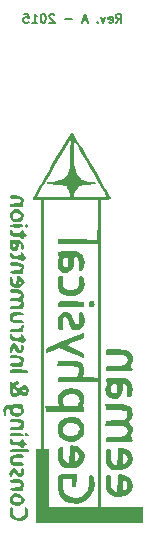
<source format=gbo>
G04 (created by PCBNEW (2013-07-07 BZR 4022)-stable) date 2/6/2015 4:46:30 PM*
%MOIN*%
G04 Gerber Fmt 3.4, Leading zero omitted, Abs format*
%FSLAX34Y34*%
G01*
G70*
G90*
G04 APERTURE LIST*
%ADD10C,0.00590551*%
%ADD11C,0.0075*%
%ADD12C,0.0001*%
G04 APERTURE END LIST*
G54D10*
G54D11*
X87049Y-35221D02*
X87149Y-35078D01*
X87221Y-35221D02*
X87221Y-34921D01*
X87107Y-34921D01*
X87078Y-34935D01*
X87064Y-34950D01*
X87049Y-34978D01*
X87049Y-35021D01*
X87064Y-35050D01*
X87078Y-35064D01*
X87107Y-35078D01*
X87221Y-35078D01*
X86807Y-35207D02*
X86835Y-35221D01*
X86892Y-35221D01*
X86921Y-35207D01*
X86935Y-35178D01*
X86935Y-35064D01*
X86921Y-35035D01*
X86892Y-35021D01*
X86835Y-35021D01*
X86807Y-35035D01*
X86792Y-35064D01*
X86792Y-35092D01*
X86935Y-35121D01*
X86692Y-35021D02*
X86621Y-35221D01*
X86549Y-35021D01*
X86435Y-35192D02*
X86421Y-35207D01*
X86435Y-35221D01*
X86449Y-35207D01*
X86435Y-35192D01*
X86435Y-35221D01*
X86078Y-35135D02*
X85935Y-35135D01*
X86107Y-35221D02*
X86007Y-34921D01*
X85907Y-35221D01*
X85578Y-35107D02*
X85350Y-35107D01*
X84992Y-34950D02*
X84978Y-34935D01*
X84950Y-34921D01*
X84878Y-34921D01*
X84850Y-34935D01*
X84835Y-34950D01*
X84821Y-34978D01*
X84821Y-35007D01*
X84835Y-35050D01*
X85007Y-35221D01*
X84821Y-35221D01*
X84635Y-34921D02*
X84607Y-34921D01*
X84578Y-34935D01*
X84564Y-34950D01*
X84550Y-34978D01*
X84535Y-35035D01*
X84535Y-35107D01*
X84550Y-35164D01*
X84564Y-35192D01*
X84578Y-35207D01*
X84607Y-35221D01*
X84635Y-35221D01*
X84664Y-35207D01*
X84678Y-35192D01*
X84692Y-35164D01*
X84707Y-35107D01*
X84707Y-35035D01*
X84692Y-34978D01*
X84678Y-34950D01*
X84664Y-34935D01*
X84635Y-34921D01*
X84250Y-35221D02*
X84421Y-35221D01*
X84335Y-35221D02*
X84335Y-34921D01*
X84364Y-34964D01*
X84392Y-34992D01*
X84421Y-35007D01*
X83978Y-34921D02*
X84121Y-34921D01*
X84135Y-35064D01*
X84121Y-35050D01*
X84092Y-35035D01*
X84021Y-35035D01*
X83992Y-35050D01*
X83978Y-35064D01*
X83964Y-35092D01*
X83964Y-35164D01*
X83978Y-35192D01*
X83992Y-35207D01*
X84021Y-35221D01*
X84092Y-35221D01*
X84121Y-35207D01*
X84135Y-35192D01*
G54D12*
G36*
X83742Y-48366D02*
X83621Y-48341D01*
X83536Y-48274D01*
X83516Y-48216D01*
X83750Y-48216D01*
X83837Y-48211D01*
X83876Y-48188D01*
X83883Y-48150D01*
X83872Y-48106D01*
X83825Y-48083D01*
X83739Y-48072D01*
X83650Y-48069D01*
X83610Y-48082D01*
X83603Y-48118D01*
X83606Y-48139D01*
X83623Y-48189D01*
X83668Y-48212D01*
X83750Y-48216D01*
X83516Y-48216D01*
X83501Y-48176D01*
X83500Y-48164D01*
X83492Y-48095D01*
X83471Y-48066D01*
X83416Y-48095D01*
X83384Y-48164D01*
X83386Y-48246D01*
X83392Y-48311D01*
X83362Y-48332D01*
X83354Y-48333D01*
X83318Y-48304D01*
X83300Y-48234D01*
X83299Y-48145D01*
X83317Y-48059D01*
X83352Y-47998D01*
X83355Y-47995D01*
X83421Y-47969D01*
X83542Y-47949D01*
X83693Y-47938D01*
X83830Y-47933D01*
X83913Y-47934D01*
X83953Y-47944D01*
X83964Y-47965D01*
X83958Y-47996D01*
X83956Y-48059D01*
X83970Y-48085D01*
X83999Y-48134D01*
X83983Y-48200D01*
X83931Y-48271D01*
X83858Y-48330D01*
X83773Y-48363D01*
X83742Y-48366D01*
X83742Y-48366D01*
X83742Y-48366D01*
G37*
G36*
X83731Y-41366D02*
X83607Y-41364D01*
X83538Y-41356D01*
X83508Y-41339D01*
X83506Y-41308D01*
X83531Y-41270D01*
X83595Y-41247D01*
X83700Y-41233D01*
X83814Y-41217D01*
X83875Y-41191D01*
X83894Y-41160D01*
X83889Y-41126D01*
X83850Y-41107D01*
X83764Y-41096D01*
X83713Y-41093D01*
X83585Y-41077D01*
X83515Y-41049D01*
X83507Y-41008D01*
X83522Y-40989D01*
X83566Y-40976D01*
X83653Y-40967D01*
X83706Y-40966D01*
X83832Y-40983D01*
X83928Y-41026D01*
X83982Y-41089D01*
X83982Y-41160D01*
X83964Y-41240D01*
X83962Y-41291D01*
X83960Y-41330D01*
X83938Y-41353D01*
X83884Y-41363D01*
X83782Y-41366D01*
X83731Y-41366D01*
X83731Y-41366D01*
X83731Y-41366D01*
G37*
G36*
X83740Y-41868D02*
X83637Y-41849D01*
X83553Y-41793D01*
X83536Y-41761D01*
X83747Y-41761D01*
X83828Y-41739D01*
X83879Y-41690D01*
X83882Y-41624D01*
X83837Y-41587D01*
X83758Y-41566D01*
X83675Y-41566D01*
X83622Y-41588D01*
X83600Y-41649D01*
X83618Y-41716D01*
X83653Y-41746D01*
X83747Y-41761D01*
X83536Y-41761D01*
X83505Y-41707D01*
X83500Y-41664D01*
X83523Y-41568D01*
X83567Y-41500D01*
X83667Y-41442D01*
X83782Y-41440D01*
X83892Y-41491D01*
X83918Y-41515D01*
X83984Y-41598D01*
X83992Y-41673D01*
X83945Y-41760D01*
X83931Y-41778D01*
X83844Y-41846D01*
X83740Y-41868D01*
X83740Y-41868D01*
X83740Y-41868D01*
G37*
G36*
X83736Y-42050D02*
X83599Y-42042D01*
X83520Y-42019D01*
X83504Y-41982D01*
X83522Y-41956D01*
X83565Y-41944D01*
X83654Y-41936D01*
X83758Y-41933D01*
X83874Y-41935D01*
X83937Y-41944D01*
X83961Y-41965D01*
X83960Y-41991D01*
X83943Y-42024D01*
X83897Y-42042D01*
X83807Y-42049D01*
X83736Y-42050D01*
X83736Y-42050D01*
X83736Y-42050D01*
G37*
G36*
X83917Y-42433D02*
X83873Y-42409D01*
X83867Y-42389D01*
X83839Y-42357D01*
X83775Y-42358D01*
X83673Y-42356D01*
X83592Y-42336D01*
X83523Y-42293D01*
X83501Y-42221D01*
X83500Y-42200D01*
X83515Y-42121D01*
X83550Y-42100D01*
X83591Y-42127D01*
X83600Y-42166D01*
X83612Y-42210D01*
X83658Y-42229D01*
X83730Y-42233D01*
X83820Y-42225D01*
X83865Y-42194D01*
X83876Y-42166D01*
X83906Y-42112D01*
X83930Y-42100D01*
X83960Y-42127D01*
X83967Y-42166D01*
X83988Y-42220D01*
X84017Y-42233D01*
X84057Y-42261D01*
X84067Y-42303D01*
X84052Y-42354D01*
X84017Y-42354D01*
X83974Y-42359D01*
X83967Y-42384D01*
X83940Y-42427D01*
X83917Y-42433D01*
X83917Y-42433D01*
X83917Y-42433D01*
G37*
G36*
X83622Y-42818D02*
X83607Y-42813D01*
X83551Y-42785D01*
X83524Y-42740D01*
X83519Y-42693D01*
X83658Y-42693D01*
X83708Y-42660D01*
X83717Y-42633D01*
X83689Y-42586D01*
X83658Y-42573D01*
X83611Y-42584D01*
X83600Y-42633D01*
X83617Y-42688D01*
X83658Y-42693D01*
X83519Y-42693D01*
X83515Y-42656D01*
X83514Y-42624D01*
X83511Y-42466D01*
X83705Y-42466D01*
X83819Y-42470D01*
X83888Y-42485D01*
X83932Y-42520D01*
X83953Y-42549D01*
X83991Y-42659D01*
X83986Y-42718D01*
X83955Y-42781D01*
X83918Y-42785D01*
X83891Y-42736D01*
X83885Y-42683D01*
X83871Y-42610D01*
X83842Y-42575D01*
X83810Y-42591D01*
X83800Y-42659D01*
X83778Y-42764D01*
X83716Y-42818D01*
X83622Y-42818D01*
X83622Y-42818D01*
X83622Y-42818D01*
G37*
G36*
X83917Y-43166D02*
X83872Y-43148D01*
X83867Y-43133D01*
X83837Y-43113D01*
X83762Y-43101D01*
X83723Y-43100D01*
X83625Y-43091D01*
X83553Y-43069D01*
X83540Y-43060D01*
X83507Y-42999D01*
X83502Y-42929D01*
X83524Y-42877D01*
X83550Y-42866D01*
X83592Y-42893D01*
X83600Y-42925D01*
X83615Y-42963D01*
X83670Y-42980D01*
X83733Y-42983D01*
X83822Y-42976D01*
X83861Y-42952D01*
X83867Y-42925D01*
X83890Y-42875D01*
X83917Y-42866D01*
X83958Y-42894D01*
X83967Y-42933D01*
X83983Y-42983D01*
X84007Y-42991D01*
X84046Y-43011D01*
X84059Y-43041D01*
X84048Y-43091D01*
X84019Y-43100D01*
X83973Y-43117D01*
X83967Y-43133D01*
X83940Y-43162D01*
X83917Y-43166D01*
X83917Y-43166D01*
X83917Y-43166D01*
G37*
G36*
X83867Y-43596D02*
X83748Y-43593D01*
X83744Y-43593D01*
X83618Y-43584D01*
X83546Y-43568D01*
X83518Y-43544D01*
X83517Y-43533D01*
X83538Y-43499D01*
X83610Y-43479D01*
X83683Y-43472D01*
X83812Y-43452D01*
X83883Y-43410D01*
X83900Y-43359D01*
X83870Y-43345D01*
X83792Y-43333D01*
X83711Y-43326D01*
X83584Y-43311D01*
X83515Y-43282D01*
X83507Y-43241D01*
X83522Y-43222D01*
X83566Y-43209D01*
X83653Y-43201D01*
X83717Y-43200D01*
X83861Y-43216D01*
X83953Y-43264D01*
X83989Y-43339D01*
X83980Y-43405D01*
X83963Y-43492D01*
X83963Y-43543D01*
X83961Y-43574D01*
X83933Y-43591D01*
X83867Y-43596D01*
X83867Y-43596D01*
X83867Y-43596D01*
G37*
G36*
X83703Y-44064D02*
X83604Y-44027D01*
X83531Y-43947D01*
X83500Y-43830D01*
X83500Y-43822D01*
X83506Y-43739D01*
X83521Y-43690D01*
X83522Y-43688D01*
X83565Y-43667D01*
X83593Y-43708D01*
X83606Y-43791D01*
X83627Y-43886D01*
X83670Y-43926D01*
X83675Y-43927D01*
X83691Y-43925D01*
X83842Y-43925D01*
X83881Y-43884D01*
X83883Y-43866D01*
X83857Y-43816D01*
X83842Y-43808D01*
X83808Y-43823D01*
X83800Y-43866D01*
X83816Y-43919D01*
X83842Y-43925D01*
X83691Y-43925D01*
X83713Y-43922D01*
X83730Y-43879D01*
X83733Y-43802D01*
X83739Y-43714D01*
X83761Y-43674D01*
X83800Y-43666D01*
X83877Y-43692D01*
X83951Y-43752D01*
X83996Y-43825D01*
X84000Y-43851D01*
X83978Y-43908D01*
X83924Y-43978D01*
X83918Y-43984D01*
X83813Y-44052D01*
X83703Y-44064D01*
X83703Y-44064D01*
X83703Y-44064D01*
G37*
G36*
X83729Y-44766D02*
X83604Y-44763D01*
X83532Y-44752D01*
X83503Y-44731D01*
X83500Y-44716D01*
X83518Y-44684D01*
X83581Y-44669D01*
X83663Y-44666D01*
X83782Y-44653D01*
X83863Y-44619D01*
X83895Y-44570D01*
X83884Y-44534D01*
X83842Y-44515D01*
X83754Y-44502D01*
X83682Y-44500D01*
X83572Y-44495D01*
X83515Y-44479D01*
X83500Y-44450D01*
X83518Y-44418D01*
X83581Y-44402D01*
X83663Y-44400D01*
X83782Y-44387D01*
X83863Y-44353D01*
X83895Y-44303D01*
X83884Y-44268D01*
X83842Y-44248D01*
X83754Y-44236D01*
X83682Y-44233D01*
X83567Y-44227D01*
X83510Y-44208D01*
X83500Y-44188D01*
X83515Y-44132D01*
X83522Y-44122D01*
X83574Y-44105D01*
X83665Y-44100D01*
X83770Y-44107D01*
X83862Y-44125D01*
X83878Y-44131D01*
X83960Y-44192D01*
X83989Y-44282D01*
X83966Y-44367D01*
X83947Y-44443D01*
X83963Y-44479D01*
X83981Y-44537D01*
X83980Y-44627D01*
X83978Y-44643D01*
X83958Y-44766D01*
X83729Y-44766D01*
X83729Y-44766D01*
X83729Y-44766D01*
G37*
G36*
X83773Y-45233D02*
X83661Y-45226D01*
X83574Y-45209D01*
X83540Y-45193D01*
X83505Y-45121D01*
X83501Y-45027D01*
X83526Y-44942D01*
X83565Y-44901D01*
X83642Y-44876D01*
X83741Y-44865D01*
X83842Y-44867D01*
X83924Y-44882D01*
X83965Y-44907D01*
X83967Y-44914D01*
X83944Y-44946D01*
X83870Y-44966D01*
X83792Y-44973D01*
X83688Y-44982D01*
X83633Y-45001D01*
X83610Y-45037D01*
X83606Y-45058D01*
X83605Y-45101D01*
X83628Y-45123D01*
X83691Y-45132D01*
X83781Y-45133D01*
X83893Y-45137D01*
X83950Y-45153D01*
X83967Y-45182D01*
X83967Y-45183D01*
X83951Y-45212D01*
X83895Y-45228D01*
X83787Y-45233D01*
X83773Y-45233D01*
X83773Y-45233D01*
X83773Y-45233D01*
G37*
G36*
X83736Y-45533D02*
X83607Y-45530D01*
X83533Y-45519D01*
X83503Y-45498D01*
X83500Y-45485D01*
X83523Y-45453D01*
X83597Y-45433D01*
X83675Y-45426D01*
X83784Y-45415D01*
X83846Y-45391D01*
X83880Y-45348D01*
X83883Y-45341D01*
X83917Y-45284D01*
X83939Y-45266D01*
X83979Y-45292D01*
X83988Y-45348D01*
X83978Y-45375D01*
X83960Y-45442D01*
X83961Y-45475D01*
X83959Y-45505D01*
X83929Y-45523D01*
X83858Y-45531D01*
X83736Y-45533D01*
X83736Y-45533D01*
X83736Y-45533D01*
G37*
G36*
X83917Y-45900D02*
X83872Y-45882D01*
X83867Y-45866D01*
X83837Y-45846D01*
X83762Y-45834D01*
X83723Y-45833D01*
X83625Y-45824D01*
X83553Y-45802D01*
X83540Y-45793D01*
X83508Y-45729D01*
X83502Y-45650D01*
X83525Y-45590D01*
X83534Y-45583D01*
X83569Y-45593D01*
X83595Y-45636D01*
X83638Y-45685D01*
X83710Y-45713D01*
X83788Y-45718D01*
X83847Y-45697D01*
X83867Y-45658D01*
X83890Y-45609D01*
X83917Y-45600D01*
X83958Y-45627D01*
X83967Y-45666D01*
X83983Y-45716D01*
X84007Y-45725D01*
X84046Y-45744D01*
X84059Y-45775D01*
X84048Y-45824D01*
X84019Y-45833D01*
X83973Y-45850D01*
X83967Y-45866D01*
X83940Y-45896D01*
X83917Y-45900D01*
X83917Y-45900D01*
X83917Y-45900D01*
G37*
G36*
X83550Y-46233D02*
X83515Y-46205D01*
X83500Y-46138D01*
X83506Y-46054D01*
X83533Y-45979D01*
X83553Y-45952D01*
X83613Y-45909D01*
X83647Y-45900D01*
X83706Y-45927D01*
X83768Y-45995D01*
X83812Y-46077D01*
X83842Y-46118D01*
X83874Y-46108D01*
X83890Y-46060D01*
X83886Y-46013D01*
X83888Y-45950D01*
X83921Y-45931D01*
X83963Y-45958D01*
X83983Y-46000D01*
X83990Y-46103D01*
X83947Y-46184D01*
X83883Y-46219D01*
X83791Y-46223D01*
X83729Y-46175D01*
X83699Y-46113D01*
X83659Y-46045D01*
X83623Y-46042D01*
X83602Y-46100D01*
X83600Y-46133D01*
X83585Y-46212D01*
X83550Y-46233D01*
X83550Y-46233D01*
X83550Y-46233D01*
G37*
G36*
X83734Y-46683D02*
X83614Y-46680D01*
X83545Y-46668D01*
X83514Y-46645D01*
X83507Y-46625D01*
X83509Y-46591D01*
X83544Y-46573D01*
X83625Y-46567D01*
X83677Y-46566D01*
X83794Y-46560D01*
X83858Y-46540D01*
X83880Y-46513D01*
X83889Y-46454D01*
X83855Y-46418D01*
X83769Y-46402D01*
X83682Y-46400D01*
X83572Y-46395D01*
X83515Y-46379D01*
X83500Y-46350D01*
X83516Y-46320D01*
X83571Y-46305D01*
X83679Y-46300D01*
X83695Y-46300D01*
X83850Y-46315D01*
X83949Y-46359D01*
X83990Y-46432D01*
X83980Y-46505D01*
X83959Y-46587D01*
X83952Y-46633D01*
X83936Y-46661D01*
X83882Y-46677D01*
X83779Y-46683D01*
X83734Y-46683D01*
X83734Y-46683D01*
X83734Y-46683D01*
G37*
G36*
X83819Y-46900D02*
X83668Y-46898D01*
X83572Y-46892D01*
X83520Y-46879D01*
X83501Y-46858D01*
X83500Y-46848D01*
X83525Y-46793D01*
X83545Y-46780D01*
X83598Y-46773D01*
X83698Y-46770D01*
X83825Y-46772D01*
X83853Y-46773D01*
X83988Y-46780D01*
X84070Y-46792D01*
X84112Y-46812D01*
X84127Y-46841D01*
X84126Y-46868D01*
X84102Y-46885D01*
X84044Y-46895D01*
X83940Y-46899D01*
X83819Y-46900D01*
X83819Y-46900D01*
X83819Y-46900D01*
G37*
G36*
X83682Y-47703D02*
X83601Y-47691D01*
X83543Y-47622D01*
X83530Y-47566D01*
X83661Y-47566D01*
X83733Y-47552D01*
X83740Y-47526D01*
X83984Y-47526D01*
X84020Y-47520D01*
X84057Y-47491D01*
X84041Y-47461D01*
X83983Y-47440D01*
X83947Y-47446D01*
X83910Y-47475D01*
X83926Y-47505D01*
X83984Y-47526D01*
X83740Y-47526D01*
X83744Y-47509D01*
X83712Y-47461D01*
X83649Y-47407D01*
X83612Y-47415D01*
X83600Y-47483D01*
X83617Y-47549D01*
X83661Y-47566D01*
X83530Y-47566D01*
X83512Y-47497D01*
X83508Y-47381D01*
X83515Y-47271D01*
X83526Y-47194D01*
X83539Y-47166D01*
X83577Y-47190D01*
X83584Y-47200D01*
X83628Y-47215D01*
X83667Y-47200D01*
X83743Y-47172D01*
X83781Y-47166D01*
X83826Y-47186D01*
X83828Y-47229D01*
X83790Y-47272D01*
X83764Y-47284D01*
X83717Y-47305D01*
X83724Y-47335D01*
X83750Y-47366D01*
X83794Y-47407D01*
X83829Y-47401D01*
X83870Y-47363D01*
X83960Y-47305D01*
X84043Y-47307D01*
X84105Y-47363D01*
X84133Y-47469D01*
X84133Y-47488D01*
X84109Y-47589D01*
X84044Y-47647D01*
X83953Y-47652D01*
X83919Y-47640D01*
X83837Y-47627D01*
X83784Y-47653D01*
X83682Y-47703D01*
X83682Y-47703D01*
X83682Y-47703D01*
G37*
G36*
X83729Y-48800D02*
X83604Y-48796D01*
X83532Y-48786D01*
X83503Y-48764D01*
X83500Y-48750D01*
X83518Y-48718D01*
X83581Y-48702D01*
X83663Y-48700D01*
X83782Y-48687D01*
X83863Y-48653D01*
X83895Y-48603D01*
X83884Y-48568D01*
X83842Y-48548D01*
X83754Y-48536D01*
X83682Y-48533D01*
X83572Y-48528D01*
X83515Y-48512D01*
X83500Y-48483D01*
X83515Y-48455D01*
X83567Y-48439D01*
X83668Y-48433D01*
X83716Y-48433D01*
X83857Y-48441D01*
X83943Y-48472D01*
X83982Y-48534D01*
X83984Y-48636D01*
X83978Y-48678D01*
X83958Y-48800D01*
X83729Y-48800D01*
X83729Y-48800D01*
X83729Y-48800D01*
G37*
G36*
X83733Y-49000D02*
X83607Y-48997D01*
X83534Y-48986D01*
X83504Y-48965D01*
X83500Y-48950D01*
X83514Y-48922D01*
X83563Y-48907D01*
X83660Y-48900D01*
X83733Y-48900D01*
X83860Y-48902D01*
X83933Y-48913D01*
X83963Y-48934D01*
X83967Y-48950D01*
X83953Y-48977D01*
X83904Y-48992D01*
X83807Y-48999D01*
X83733Y-49000D01*
X83733Y-49000D01*
X83733Y-49000D01*
G37*
G36*
X83932Y-49400D02*
X83892Y-49373D01*
X83879Y-49350D01*
X83830Y-49312D01*
X83733Y-49300D01*
X83635Y-49294D01*
X83560Y-49282D01*
X83553Y-49279D01*
X83515Y-49238D01*
X83500Y-49171D01*
X83508Y-49105D01*
X83539Y-49068D01*
X83550Y-49066D01*
X83591Y-49094D01*
X83600Y-49133D01*
X83612Y-49177D01*
X83658Y-49196D01*
X83730Y-49200D01*
X83820Y-49191D01*
X83865Y-49161D01*
X83876Y-49133D01*
X83906Y-49079D01*
X83930Y-49066D01*
X83960Y-49094D01*
X83967Y-49133D01*
X83988Y-49187D01*
X84017Y-49200D01*
X84061Y-49226D01*
X84067Y-49250D01*
X84040Y-49294D01*
X84017Y-49300D01*
X83973Y-49326D01*
X83967Y-49350D01*
X83948Y-49394D01*
X83932Y-49400D01*
X83932Y-49400D01*
X83932Y-49400D01*
G37*
G36*
X83833Y-49533D02*
X83678Y-49531D01*
X83578Y-49525D01*
X83523Y-49513D01*
X83502Y-49493D01*
X83500Y-49483D01*
X83511Y-49460D01*
X83552Y-49445D01*
X83632Y-49436D01*
X83764Y-49433D01*
X83833Y-49433D01*
X83989Y-49434D01*
X84089Y-49441D01*
X84144Y-49453D01*
X84165Y-49472D01*
X84167Y-49483D01*
X84156Y-49506D01*
X84115Y-49521D01*
X84035Y-49529D01*
X83903Y-49533D01*
X83833Y-49533D01*
X83833Y-49533D01*
X83833Y-49533D01*
G37*
G36*
X83789Y-50000D02*
X83662Y-49991D01*
X83583Y-49962D01*
X83555Y-49939D01*
X83507Y-49844D01*
X83510Y-49739D01*
X83561Y-49655D01*
X83652Y-49613D01*
X83794Y-49600D01*
X83897Y-49603D01*
X83948Y-49617D01*
X83966Y-49648D01*
X83967Y-49666D01*
X83959Y-49705D01*
X83924Y-49725D01*
X83848Y-49732D01*
X83783Y-49733D01*
X83678Y-49736D01*
X83622Y-49748D01*
X83602Y-49776D01*
X83600Y-49800D01*
X83608Y-49838D01*
X83643Y-49858D01*
X83719Y-49865D01*
X83783Y-49866D01*
X83889Y-49869D01*
X83945Y-49882D01*
X83965Y-49909D01*
X83967Y-49933D01*
X83959Y-49972D01*
X83923Y-49992D01*
X83845Y-49999D01*
X83789Y-50000D01*
X83789Y-50000D01*
X83789Y-50000D01*
G37*
G36*
X83550Y-50366D02*
X83510Y-50340D01*
X83497Y-50275D01*
X83507Y-50194D01*
X83540Y-50120D01*
X83574Y-50085D01*
X83638Y-50052D01*
X83693Y-50065D01*
X83715Y-50079D01*
X83774Y-50143D01*
X83794Y-50197D01*
X83817Y-50251D01*
X83849Y-50252D01*
X83873Y-50208D01*
X83877Y-50154D01*
X83890Y-50085D01*
X83926Y-50067D01*
X83967Y-50101D01*
X83986Y-50146D01*
X83988Y-50249D01*
X83946Y-50323D01*
X83878Y-50359D01*
X83800Y-50352D01*
X83729Y-50296D01*
X83707Y-50258D01*
X83660Y-50184D01*
X83623Y-50173D01*
X83602Y-50225D01*
X83600Y-50266D01*
X83585Y-50346D01*
X83550Y-50366D01*
X83550Y-50366D01*
X83550Y-50366D01*
G37*
G36*
X83883Y-50830D02*
X83774Y-50827D01*
X83746Y-50826D01*
X83619Y-50817D01*
X83547Y-50802D01*
X83519Y-50778D01*
X83517Y-50766D01*
X83538Y-50733D01*
X83610Y-50711D01*
X83700Y-50700D01*
X83814Y-50683D01*
X83875Y-50658D01*
X83894Y-50626D01*
X83889Y-50593D01*
X83850Y-50574D01*
X83764Y-50563D01*
X83713Y-50560D01*
X83585Y-50544D01*
X83515Y-50515D01*
X83507Y-50475D01*
X83522Y-50456D01*
X83566Y-50443D01*
X83653Y-50435D01*
X83722Y-50433D01*
X83831Y-50438D01*
X83897Y-50457D01*
X83941Y-50499D01*
X83952Y-50514D01*
X83986Y-50599D01*
X83974Y-50652D01*
X83955Y-50732D01*
X83959Y-50773D01*
X83962Y-50806D01*
X83941Y-50824D01*
X83883Y-50830D01*
X83883Y-50830D01*
X83883Y-50830D01*
G37*
G36*
X83742Y-51333D02*
X83617Y-51307D01*
X83534Y-51236D01*
X83518Y-51183D01*
X83750Y-51183D01*
X83837Y-51177D01*
X83876Y-51155D01*
X83883Y-51116D01*
X83872Y-51073D01*
X83825Y-51050D01*
X83739Y-51039D01*
X83650Y-51036D01*
X83610Y-51048D01*
X83603Y-51085D01*
X83606Y-51106D01*
X83623Y-51156D01*
X83668Y-51178D01*
X83750Y-51183D01*
X83518Y-51183D01*
X83500Y-51127D01*
X83500Y-51116D01*
X83522Y-51010D01*
X83574Y-50951D01*
X83695Y-50904D01*
X83819Y-50917D01*
X83918Y-50981D01*
X83974Y-51052D01*
X84000Y-51112D01*
X84000Y-51116D01*
X83972Y-51190D01*
X83902Y-51264D01*
X83813Y-51317D01*
X83742Y-51333D01*
X83742Y-51333D01*
X83742Y-51333D01*
G37*
G36*
X83817Y-51833D02*
X83668Y-51808D01*
X83564Y-51737D01*
X83508Y-51621D01*
X83500Y-51540D01*
X83505Y-51451D01*
X83518Y-51394D01*
X83522Y-51388D01*
X83573Y-51368D01*
X83591Y-51366D01*
X83620Y-51384D01*
X83621Y-51448D01*
X83615Y-51480D01*
X83620Y-51597D01*
X83675Y-51681D01*
X83768Y-51722D01*
X83845Y-51719D01*
X83958Y-51674D01*
X84015Y-51591D01*
X84017Y-51472D01*
X84008Y-51397D01*
X84024Y-51370D01*
X84056Y-51372D01*
X84099Y-51400D01*
X84122Y-51474D01*
X84127Y-51524D01*
X84112Y-51665D01*
X84045Y-51765D01*
X83929Y-51821D01*
X83817Y-51833D01*
X83817Y-51833D01*
X83817Y-51833D01*
G37*
G36*
X84069Y-42050D02*
X84020Y-42026D01*
X84008Y-41979D01*
X84022Y-41956D01*
X84075Y-41932D01*
X84119Y-41950D01*
X84127Y-41991D01*
X84095Y-42041D01*
X84069Y-42050D01*
X84069Y-42050D01*
X84069Y-42050D01*
G37*
G36*
X84067Y-49000D02*
X84013Y-48979D01*
X84000Y-48950D01*
X84028Y-48909D01*
X84067Y-48900D01*
X84121Y-48920D01*
X84133Y-48950D01*
X84106Y-48990D01*
X84067Y-49000D01*
X84067Y-49000D01*
X84067Y-49000D01*
G37*
G36*
X84367Y-51900D02*
X84367Y-51366D01*
X84800Y-51366D01*
X85625Y-51366D01*
X86450Y-51366D01*
X86441Y-49283D01*
X86433Y-47200D01*
X85766Y-47200D01*
X85100Y-47200D01*
X85100Y-47116D01*
X85102Y-47077D01*
X85117Y-47053D01*
X85158Y-47040D01*
X85236Y-47034D01*
X85364Y-47033D01*
X85415Y-47033D01*
X85564Y-47032D01*
X85661Y-47026D01*
X85721Y-47012D01*
X85758Y-46988D01*
X85782Y-46959D01*
X85827Y-46858D01*
X85823Y-46766D01*
X85773Y-46703D01*
X85769Y-46701D01*
X85708Y-46685D01*
X85599Y-46673D01*
X85463Y-46667D01*
X85400Y-46666D01*
X85096Y-46666D01*
X85106Y-46575D01*
X85117Y-46483D01*
X85452Y-46483D01*
X85621Y-46486D01*
X85738Y-46495D01*
X85819Y-46514D01*
X85876Y-46542D01*
X85964Y-46635D01*
X85996Y-46764D01*
X85977Y-46903D01*
X85944Y-47028D01*
X86189Y-47039D01*
X86434Y-47050D01*
X86434Y-44825D01*
X86433Y-42600D01*
X85767Y-42600D01*
X85100Y-42600D01*
X85100Y-42515D01*
X85100Y-42430D01*
X85766Y-42440D01*
X86431Y-42450D01*
X86441Y-41791D01*
X86450Y-41133D01*
X85542Y-41133D01*
X84633Y-41133D01*
X84633Y-45283D01*
X84633Y-49433D01*
X84717Y-49433D01*
X84800Y-49433D01*
X84800Y-50400D01*
X84800Y-51366D01*
X84367Y-51366D01*
X84367Y-50666D01*
X84367Y-49433D01*
X84450Y-49433D01*
X84533Y-49433D01*
X84533Y-45283D01*
X84533Y-41133D01*
X84400Y-41133D01*
X84306Y-41123D01*
X84270Y-41095D01*
X84270Y-41091D01*
X84288Y-41048D01*
X84296Y-41033D01*
X84816Y-41033D01*
X84950Y-41033D01*
X85500Y-41033D01*
X85645Y-41033D01*
X86189Y-41033D01*
X86371Y-41032D01*
X86527Y-41030D01*
X86647Y-41026D01*
X86718Y-41022D01*
X86733Y-41019D01*
X86718Y-40988D01*
X86673Y-40907D01*
X86604Y-40786D01*
X86516Y-40632D01*
X86414Y-40454D01*
X86303Y-40260D01*
X86186Y-40059D01*
X86070Y-39858D01*
X85959Y-39666D01*
X85857Y-39491D01*
X85770Y-39342D01*
X85703Y-39228D01*
X85659Y-39155D01*
X85645Y-39134D01*
X85637Y-39154D01*
X85633Y-39228D01*
X85633Y-39341D01*
X85636Y-39479D01*
X85642Y-39630D01*
X85651Y-39780D01*
X85661Y-39915D01*
X85673Y-40021D01*
X85674Y-40032D01*
X85703Y-40173D01*
X85742Y-40265D01*
X85787Y-40316D01*
X85843Y-40375D01*
X85867Y-40421D01*
X85867Y-40422D01*
X85896Y-40454D01*
X85958Y-40476D01*
X86053Y-40496D01*
X86117Y-40511D01*
X86202Y-40525D01*
X86275Y-40530D01*
X86342Y-40542D01*
X86367Y-40563D01*
X86336Y-40579D01*
X86254Y-40597D01*
X86136Y-40612D01*
X86083Y-40617D01*
X85956Y-40631D01*
X85858Y-40648D01*
X85805Y-40665D01*
X85800Y-40672D01*
X85779Y-40716D01*
X85737Y-40770D01*
X85684Y-40855D01*
X85659Y-40935D01*
X85645Y-41033D01*
X85500Y-41033D01*
X85500Y-40919D01*
X85485Y-40824D01*
X85450Y-40754D01*
X85448Y-40752D01*
X85417Y-40711D01*
X85423Y-40697D01*
X85444Y-40689D01*
X85412Y-40674D01*
X85341Y-40656D01*
X85243Y-40637D01*
X85132Y-40621D01*
X85025Y-40610D01*
X84894Y-40595D01*
X84799Y-40577D01*
X84746Y-40558D01*
X84743Y-40541D01*
X84796Y-40529D01*
X84823Y-40527D01*
X84964Y-40514D01*
X85042Y-40499D01*
X85145Y-40475D01*
X85199Y-40470D01*
X85283Y-40437D01*
X85372Y-40358D01*
X85448Y-40253D01*
X85495Y-40140D01*
X85496Y-40134D01*
X85508Y-40050D01*
X85518Y-39917D01*
X85526Y-39751D01*
X85531Y-39571D01*
X85531Y-39541D01*
X85535Y-39083D01*
X85246Y-39583D01*
X85122Y-39796D01*
X84982Y-40036D01*
X84842Y-40277D01*
X84715Y-40493D01*
X84681Y-40550D01*
X84589Y-40707D01*
X84509Y-40842D01*
X84448Y-40947D01*
X84411Y-41010D01*
X84403Y-41025D01*
X84434Y-41027D01*
X84520Y-41030D01*
X84651Y-41031D01*
X84816Y-41033D01*
X84296Y-41033D01*
X84333Y-40960D01*
X84400Y-40840D01*
X84481Y-40700D01*
X84491Y-40683D01*
X84571Y-40546D01*
X84677Y-40365D01*
X84800Y-40154D01*
X84931Y-39927D01*
X85063Y-39698D01*
X85124Y-39591D01*
X85240Y-39393D01*
X85346Y-39215D01*
X85438Y-39066D01*
X85511Y-38953D01*
X85560Y-38885D01*
X85579Y-38867D01*
X85601Y-38894D01*
X85652Y-38972D01*
X85728Y-39093D01*
X85823Y-39249D01*
X85933Y-39432D01*
X86054Y-39635D01*
X86181Y-39850D01*
X86309Y-40069D01*
X86435Y-40286D01*
X86554Y-40491D01*
X86661Y-40679D01*
X86752Y-40840D01*
X86823Y-40968D01*
X86868Y-41054D01*
X86883Y-41092D01*
X86853Y-41107D01*
X86776Y-41120D01*
X86708Y-41126D01*
X86533Y-41136D01*
X86533Y-46251D01*
X86533Y-51366D01*
X87233Y-51366D01*
X87933Y-51366D01*
X87933Y-51633D01*
X87933Y-51900D01*
X86150Y-51900D01*
X84367Y-51900D01*
X84367Y-51900D01*
X84367Y-51900D01*
G37*
G36*
X86700Y-46833D02*
X86700Y-46750D01*
X86702Y-46711D01*
X86718Y-46686D01*
X86758Y-46673D01*
X86837Y-46667D01*
X86966Y-46666D01*
X87012Y-46666D01*
X87189Y-46661D01*
X87310Y-46641D01*
X87385Y-46603D01*
X87423Y-46539D01*
X87433Y-46446D01*
X87433Y-46442D01*
X87428Y-46383D01*
X87406Y-46343D01*
X87356Y-46318D01*
X87267Y-46305D01*
X87129Y-46300D01*
X87014Y-46300D01*
X86868Y-46299D01*
X86776Y-46295D01*
X86726Y-46284D01*
X86705Y-46263D01*
X86700Y-46230D01*
X86700Y-46222D01*
X86709Y-46152D01*
X86722Y-46122D01*
X86772Y-46106D01*
X86870Y-46098D01*
X86998Y-46097D01*
X87139Y-46102D01*
X87275Y-46113D01*
X87389Y-46128D01*
X87462Y-46147D01*
X87466Y-46149D01*
X87563Y-46233D01*
X87610Y-46352D01*
X87605Y-46491D01*
X87584Y-46554D01*
X87554Y-46647D01*
X87561Y-46691D01*
X87565Y-46693D01*
X87594Y-46732D01*
X87600Y-46769D01*
X87596Y-46795D01*
X87577Y-46812D01*
X87531Y-46824D01*
X87450Y-46830D01*
X87323Y-46832D01*
X87150Y-46833D01*
X86700Y-46833D01*
X86700Y-46833D01*
X86700Y-46833D01*
G37*
G36*
X86984Y-47766D02*
X86860Y-47737D01*
X86765Y-47660D01*
X86708Y-47550D01*
X86983Y-47550D01*
X87045Y-47545D01*
X87074Y-47520D01*
X87083Y-47456D01*
X87083Y-47400D01*
X87078Y-47303D01*
X87056Y-47255D01*
X87019Y-47238D01*
X86947Y-47253D01*
X86894Y-47318D01*
X86872Y-47416D01*
X86874Y-47450D01*
X86890Y-47521D01*
X86935Y-47547D01*
X86983Y-47550D01*
X86708Y-47550D01*
X86696Y-47422D01*
X86734Y-47299D01*
X86749Y-47236D01*
X86734Y-47216D01*
X86706Y-47169D01*
X86700Y-47131D01*
X86705Y-47103D01*
X86726Y-47084D01*
X86776Y-47073D01*
X86866Y-47068D01*
X87007Y-47066D01*
X87068Y-47066D01*
X87231Y-47067D01*
X87340Y-47071D01*
X87412Y-47082D01*
X87460Y-47101D01*
X87497Y-47132D01*
X87514Y-47150D01*
X87595Y-47285D01*
X87618Y-47446D01*
X87599Y-47571D01*
X87567Y-47658D01*
X87524Y-47695D01*
X87488Y-47700D01*
X87445Y-47695D01*
X87424Y-47671D01*
X87420Y-47611D01*
X87427Y-47511D01*
X87432Y-47396D01*
X87422Y-47328D01*
X87392Y-47286D01*
X87382Y-47277D01*
X87321Y-47241D01*
X87286Y-47248D01*
X87270Y-47306D01*
X87267Y-47411D01*
X87245Y-47575D01*
X87181Y-47690D01*
X87076Y-47753D01*
X86984Y-47766D01*
X86984Y-47766D01*
X86984Y-47766D01*
G37*
G36*
X86700Y-49200D02*
X86700Y-49116D01*
X86702Y-49077D01*
X86718Y-49053D01*
X86758Y-49040D01*
X86837Y-49034D01*
X86966Y-49033D01*
X87012Y-49033D01*
X87189Y-49027D01*
X87310Y-49008D01*
X87385Y-48969D01*
X87423Y-48906D01*
X87433Y-48813D01*
X87434Y-48809D01*
X87428Y-48750D01*
X87406Y-48710D01*
X87356Y-48685D01*
X87268Y-48672D01*
X87130Y-48667D01*
X87012Y-48666D01*
X86696Y-48666D01*
X86706Y-48575D01*
X86717Y-48483D01*
X87041Y-48473D01*
X87214Y-48464D01*
X87329Y-48445D01*
X87397Y-48409D01*
X87427Y-48351D01*
X87430Y-48266D01*
X87427Y-48240D01*
X87417Y-48150D01*
X87067Y-48133D01*
X86717Y-48116D01*
X86706Y-48025D01*
X86696Y-47933D01*
X87057Y-47933D01*
X87248Y-47936D01*
X87385Y-47950D01*
X87478Y-47979D01*
X87540Y-48027D01*
X87582Y-48099D01*
X87599Y-48145D01*
X87615Y-48283D01*
X87572Y-48405D01*
X87519Y-48464D01*
X87485Y-48502D01*
X87495Y-48539D01*
X87529Y-48580D01*
X87605Y-48697D01*
X87616Y-48816D01*
X87585Y-48906D01*
X87553Y-48998D01*
X87566Y-49046D01*
X87596Y-49106D01*
X87600Y-49140D01*
X87595Y-49164D01*
X87572Y-49180D01*
X87522Y-49191D01*
X87434Y-49197D01*
X87298Y-49199D01*
X87150Y-49200D01*
X86700Y-49200D01*
X86700Y-49200D01*
X86700Y-49200D01*
G37*
G36*
X87122Y-50133D02*
X87006Y-50129D01*
X86929Y-50110D01*
X86864Y-50067D01*
X86813Y-50020D01*
X86749Y-49948D01*
X86715Y-49884D01*
X86703Y-49800D01*
X86703Y-49711D01*
X86707Y-49598D01*
X86715Y-49510D01*
X86722Y-49475D01*
X86765Y-49441D01*
X86813Y-49433D01*
X86855Y-49438D01*
X86875Y-49463D01*
X86880Y-49523D01*
X86874Y-49628D01*
X86868Y-49740D01*
X86877Y-49809D01*
X86907Y-49856D01*
X86951Y-49894D01*
X87020Y-49943D01*
X87068Y-49966D01*
X87071Y-49966D01*
X87084Y-49935D01*
X87085Y-49933D01*
X87310Y-49933D01*
X87382Y-49903D01*
X87425Y-49823D01*
X87433Y-49748D01*
X87417Y-49661D01*
X87359Y-49610D01*
X87350Y-49606D01*
X87267Y-49568D01*
X87267Y-49750D01*
X87273Y-49867D01*
X87292Y-49924D01*
X87310Y-49933D01*
X87085Y-49933D01*
X87094Y-49853D01*
X87100Y-49735D01*
X87100Y-49683D01*
X87100Y-49400D01*
X87246Y-49400D01*
X87397Y-49427D01*
X87515Y-49502D01*
X87591Y-49611D01*
X87616Y-49744D01*
X87587Y-49879D01*
X87499Y-50010D01*
X87364Y-50094D01*
X87181Y-50131D01*
X87122Y-50133D01*
X87122Y-50133D01*
X87122Y-50133D01*
G37*
G36*
X87164Y-51032D02*
X87012Y-51017D01*
X86877Y-50964D01*
X86774Y-50872D01*
X86751Y-50834D01*
X86724Y-50745D01*
X86707Y-50620D01*
X86703Y-50488D01*
X86712Y-50378D01*
X86722Y-50341D01*
X86765Y-50309D01*
X86817Y-50300D01*
X86861Y-50304D01*
X86882Y-50327D01*
X86885Y-50387D01*
X86877Y-50482D01*
X86878Y-50647D01*
X86922Y-50766D01*
X87007Y-50834D01*
X87031Y-50842D01*
X87064Y-50847D01*
X87083Y-50833D01*
X87298Y-50833D01*
X87365Y-50804D01*
X87410Y-50734D01*
X87429Y-50645D01*
X87418Y-50560D01*
X87370Y-50501D01*
X87369Y-50501D01*
X87313Y-50475D01*
X87282Y-50480D01*
X87270Y-50528D01*
X87267Y-50629D01*
X87267Y-50650D01*
X87272Y-50750D01*
X87285Y-50816D01*
X87298Y-50833D01*
X87083Y-50833D01*
X87084Y-50832D01*
X87095Y-50786D01*
X87099Y-50697D01*
X87100Y-50563D01*
X87101Y-50422D01*
X87105Y-50335D01*
X87117Y-50288D01*
X87140Y-50270D01*
X87178Y-50266D01*
X87185Y-50266D01*
X87316Y-50290D01*
X87451Y-50352D01*
X87546Y-50428D01*
X87595Y-50526D01*
X87607Y-50653D01*
X87583Y-50779D01*
X87553Y-50841D01*
X87451Y-50944D01*
X87316Y-51007D01*
X87164Y-51032D01*
X87164Y-51032D01*
X87164Y-51032D01*
G37*
G36*
X85992Y-46400D02*
X85958Y-46388D01*
X85874Y-46355D01*
X85752Y-46307D01*
X85603Y-46248D01*
X85565Y-46232D01*
X85151Y-46065D01*
X84957Y-46149D01*
X84832Y-46201D01*
X84756Y-46225D01*
X84717Y-46221D01*
X84702Y-46190D01*
X84700Y-46150D01*
X84716Y-46086D01*
X84775Y-46038D01*
X84825Y-46014D01*
X85036Y-45925D01*
X85245Y-45837D01*
X85443Y-45755D01*
X85620Y-45683D01*
X85766Y-45624D01*
X85872Y-45582D01*
X85929Y-45562D01*
X85933Y-45560D01*
X85974Y-45576D01*
X85993Y-45629D01*
X85984Y-45690D01*
X85960Y-45722D01*
X85908Y-45751D01*
X85814Y-45793D01*
X85717Y-45833D01*
X85565Y-45892D01*
X85474Y-45934D01*
X85443Y-45967D01*
X85470Y-46000D01*
X85555Y-46041D01*
X85687Y-46095D01*
X85826Y-46154D01*
X85915Y-46198D01*
X85965Y-46236D01*
X85988Y-46276D01*
X85994Y-46308D01*
X85998Y-46374D01*
X85992Y-46400D01*
X85992Y-46400D01*
X85992Y-46400D01*
G37*
G36*
X85627Y-48195D02*
X85425Y-48193D01*
X85343Y-48192D01*
X84717Y-48183D01*
X84706Y-48091D01*
X84696Y-48000D01*
X84938Y-48000D01*
X85556Y-48000D01*
X85676Y-47996D01*
X85748Y-47982D01*
X85788Y-47953D01*
X85799Y-47935D01*
X85835Y-47815D01*
X85812Y-47714D01*
X85734Y-47641D01*
X85610Y-47603D01*
X85550Y-47600D01*
X85405Y-47620D01*
X85311Y-47681D01*
X85269Y-47780D01*
X85267Y-47811D01*
X85278Y-47899D01*
X85307Y-47959D01*
X85307Y-47960D01*
X85361Y-47981D01*
X85460Y-47996D01*
X85556Y-48000D01*
X84938Y-48000D01*
X85063Y-47997D01*
X85131Y-47989D01*
X85149Y-47973D01*
X85140Y-47960D01*
X85109Y-47889D01*
X85102Y-47784D01*
X85118Y-47672D01*
X85156Y-47578D01*
X85157Y-47577D01*
X85257Y-47481D01*
X85393Y-47423D01*
X85548Y-47403D01*
X85705Y-47421D01*
X85843Y-47476D01*
X85946Y-47570D01*
X85989Y-47679D01*
X85997Y-47811D01*
X85969Y-47929D01*
X85965Y-47937D01*
X85947Y-48009D01*
X85968Y-48051D01*
X85992Y-48117D01*
X85988Y-48150D01*
X85973Y-48168D01*
X85938Y-48181D01*
X85875Y-48189D01*
X85774Y-48194D01*
X85627Y-48195D01*
X85627Y-48195D01*
X85627Y-48195D01*
G37*
G36*
X85413Y-43552D02*
X85299Y-43546D01*
X85186Y-43484D01*
X85166Y-43465D01*
X85120Y-43381D01*
X85115Y-43350D01*
X85367Y-43350D01*
X85418Y-43343D01*
X85444Y-43312D01*
X85457Y-43238D01*
X85460Y-43191D01*
X85463Y-43095D01*
X85451Y-43048D01*
X85419Y-43033D01*
X85404Y-43033D01*
X85329Y-43062D01*
X85284Y-43142D01*
X85275Y-43250D01*
X85292Y-43322D01*
X85335Y-43348D01*
X85367Y-43350D01*
X85115Y-43350D01*
X85100Y-43263D01*
X85108Y-43141D01*
X85135Y-43064D01*
X85152Y-43011D01*
X85135Y-43000D01*
X85108Y-42973D01*
X85101Y-42916D01*
X85117Y-42862D01*
X85122Y-42855D01*
X85163Y-42846D01*
X85255Y-42838D01*
X85383Y-42834D01*
X85475Y-42833D01*
X85627Y-42834D01*
X85728Y-42839D01*
X85795Y-42852D01*
X85843Y-42877D01*
X85889Y-42917D01*
X85903Y-42930D01*
X85964Y-43003D01*
X85992Y-43079D01*
X86000Y-43189D01*
X86000Y-43199D01*
X85987Y-43358D01*
X85948Y-43458D01*
X85882Y-43498D01*
X85865Y-43500D01*
X85826Y-43493D01*
X85810Y-43462D01*
X85813Y-43390D01*
X85819Y-43338D01*
X85823Y-43194D01*
X85794Y-43091D01*
X85735Y-43038D01*
X85702Y-43033D01*
X85663Y-43043D01*
X85650Y-43084D01*
X85657Y-43161D01*
X85652Y-43306D01*
X85601Y-43425D01*
X85518Y-43509D01*
X85413Y-43552D01*
X85413Y-43552D01*
X85413Y-43552D01*
G37*
G36*
X85594Y-44325D02*
X85406Y-44317D01*
X85262Y-44260D01*
X85161Y-44153D01*
X85151Y-44134D01*
X85120Y-44036D01*
X85104Y-43909D01*
X85106Y-43785D01*
X85122Y-43708D01*
X85165Y-43676D01*
X85219Y-43666D01*
X85268Y-43671D01*
X85287Y-43699D01*
X85285Y-43767D01*
X85279Y-43811D01*
X85275Y-43927D01*
X85293Y-44018D01*
X85297Y-44027D01*
X85368Y-44095D01*
X85475Y-44132D01*
X85597Y-44135D01*
X85711Y-44105D01*
X85794Y-44041D01*
X85823Y-43957D01*
X85818Y-43825D01*
X85808Y-43729D01*
X85815Y-43683D01*
X85846Y-43667D01*
X85878Y-43666D01*
X85941Y-43684D01*
X85979Y-43744D01*
X85997Y-43855D01*
X86000Y-43942D01*
X85985Y-44044D01*
X85933Y-44137D01*
X85889Y-44188D01*
X85812Y-44263D01*
X85737Y-44302D01*
X85633Y-44321D01*
X85594Y-44325D01*
X85594Y-44325D01*
X85594Y-44325D01*
G37*
G36*
X85100Y-44701D02*
X85100Y-44616D01*
X85115Y-44546D01*
X85144Y-44514D01*
X85193Y-44508D01*
X85293Y-44505D01*
X85431Y-44504D01*
X85585Y-44507D01*
X85983Y-44516D01*
X85983Y-44600D01*
X85983Y-44683D01*
X85542Y-44692D01*
X85100Y-44701D01*
X85100Y-44701D01*
X85100Y-44701D01*
G37*
G36*
X85218Y-45466D02*
X85158Y-45453D01*
X85121Y-45405D01*
X85104Y-45312D01*
X85100Y-45199D01*
X85112Y-45071D01*
X85154Y-44977D01*
X85178Y-44946D01*
X85278Y-44874D01*
X85394Y-44856D01*
X85506Y-44895D01*
X85534Y-44917D01*
X85585Y-44988D01*
X85629Y-45090D01*
X85639Y-45124D01*
X85668Y-45215D01*
X85700Y-45255D01*
X85746Y-45260D01*
X85786Y-45247D01*
X85806Y-45213D01*
X85812Y-45141D01*
X85810Y-45058D01*
X85809Y-44949D01*
X85818Y-44891D01*
X85843Y-44869D01*
X85867Y-44866D01*
X85939Y-44897D01*
X85983Y-44986D01*
X86000Y-45132D01*
X86000Y-45149D01*
X85976Y-45291D01*
X85908Y-45398D01*
X85807Y-45457D01*
X85741Y-45466D01*
X85630Y-45446D01*
X85551Y-45378D01*
X85494Y-45254D01*
X85487Y-45234D01*
X85436Y-45106D01*
X85380Y-45042D01*
X85330Y-45038D01*
X85292Y-45094D01*
X85276Y-45205D01*
X85279Y-45291D01*
X85287Y-45393D01*
X85280Y-45445D01*
X85254Y-45464D01*
X85218Y-45466D01*
X85218Y-45466D01*
X85218Y-45466D01*
G37*
G36*
X85633Y-49186D02*
X85470Y-49185D01*
X85314Y-49129D01*
X85211Y-49050D01*
X85161Y-48993D01*
X85482Y-48993D01*
X85599Y-48989D01*
X85707Y-48952D01*
X85791Y-48886D01*
X85832Y-48794D01*
X85833Y-48769D01*
X85805Y-48662D01*
X85723Y-48590D01*
X85593Y-48557D01*
X85550Y-48555D01*
X85410Y-48574D01*
X85334Y-48616D01*
X85283Y-48698D01*
X85268Y-48801D01*
X85292Y-48886D01*
X85374Y-48960D01*
X85482Y-48993D01*
X85161Y-48993D01*
X85143Y-48973D01*
X85110Y-48899D01*
X85100Y-48798D01*
X85100Y-48767D01*
X85107Y-48652D01*
X85133Y-48575D01*
X85191Y-48504D01*
X85194Y-48500D01*
X85338Y-48401D01*
X85503Y-48357D01*
X85673Y-48369D01*
X85833Y-48437D01*
X85888Y-48478D01*
X85945Y-48543D01*
X85977Y-48626D01*
X85992Y-48737D01*
X85997Y-48851D01*
X85983Y-48927D01*
X85943Y-48994D01*
X85918Y-49025D01*
X85788Y-49133D01*
X85633Y-49186D01*
X85633Y-49186D01*
X85633Y-49186D01*
G37*
G36*
X85548Y-50062D02*
X85490Y-50059D01*
X85370Y-50046D01*
X85291Y-50020D01*
X85227Y-49972D01*
X85195Y-49938D01*
X85142Y-49871D01*
X85113Y-49803D01*
X85102Y-49711D01*
X85100Y-49615D01*
X85103Y-49495D01*
X85113Y-49426D01*
X85137Y-49389D01*
X85175Y-49369D01*
X85242Y-49351D01*
X85277Y-49370D01*
X85286Y-49435D01*
X85277Y-49533D01*
X85279Y-49687D01*
X85324Y-49802D01*
X85409Y-49868D01*
X85431Y-49875D01*
X85464Y-49880D01*
X85484Y-49866D01*
X85695Y-49866D01*
X85749Y-49838D01*
X85799Y-49772D01*
X85827Y-49696D01*
X85828Y-49664D01*
X85793Y-49590D01*
X85742Y-49541D01*
X85699Y-49516D01*
X85677Y-49520D01*
X85668Y-49566D01*
X85667Y-49666D01*
X85667Y-49679D01*
X85671Y-49780D01*
X85683Y-49848D01*
X85695Y-49866D01*
X85484Y-49866D01*
X85495Y-49820D01*
X85499Y-49730D01*
X85500Y-49596D01*
X85502Y-49446D01*
X85512Y-49354D01*
X85539Y-49308D01*
X85593Y-49301D01*
X85683Y-49322D01*
X85740Y-49339D01*
X85878Y-49410D01*
X85967Y-49519D01*
X86001Y-49654D01*
X85977Y-49805D01*
X85950Y-49867D01*
X85859Y-49979D01*
X85727Y-50043D01*
X85548Y-50062D01*
X85548Y-50062D01*
X85548Y-50062D01*
G37*
G36*
X85761Y-51252D02*
X85564Y-51241D01*
X85384Y-51181D01*
X85247Y-51081D01*
X85155Y-50933D01*
X85109Y-50739D01*
X85104Y-50613D01*
X85108Y-50488D01*
X85115Y-50384D01*
X85123Y-50325D01*
X85139Y-50296D01*
X85178Y-50279D01*
X85253Y-50270D01*
X85377Y-50266D01*
X85436Y-50266D01*
X85733Y-50266D01*
X85733Y-50483D01*
X85732Y-50599D01*
X85724Y-50664D01*
X85703Y-50693D01*
X85664Y-50699D01*
X85650Y-50700D01*
X85596Y-50692D01*
X85573Y-50658D01*
X85567Y-50578D01*
X85567Y-50566D01*
X85567Y-50433D01*
X85417Y-50433D01*
X85267Y-50433D01*
X85267Y-50586D01*
X85290Y-50772D01*
X85360Y-50910D01*
X85477Y-51001D01*
X85639Y-51043D01*
X85727Y-51046D01*
X85891Y-51014D01*
X86021Y-50928D01*
X86111Y-50797D01*
X86154Y-50627D01*
X86155Y-50491D01*
X86148Y-50383D01*
X86153Y-50326D01*
X86175Y-50303D01*
X86216Y-50300D01*
X86276Y-50312D01*
X86312Y-50359D01*
X86329Y-50449D01*
X86333Y-50577D01*
X86303Y-50791D01*
X86223Y-50971D01*
X86099Y-51111D01*
X85943Y-51207D01*
X85761Y-51252D01*
X85761Y-51252D01*
X85761Y-51252D01*
G37*
G36*
X86233Y-44700D02*
X86163Y-44691D01*
X86137Y-44652D01*
X86133Y-44600D01*
X86142Y-44529D01*
X86181Y-44503D01*
X86233Y-44500D01*
X86304Y-44508D01*
X86330Y-44547D01*
X86333Y-44600D01*
X86325Y-44670D01*
X86286Y-44696D01*
X86233Y-44700D01*
X86233Y-44700D01*
X86233Y-44700D01*
G37*
M02*

</source>
